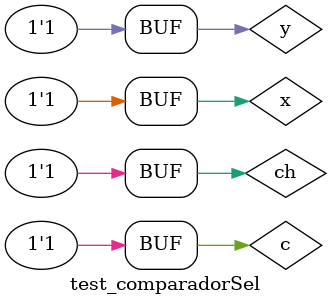
<source format=v>


// -------------------------
//  comparador
// -------------------------

module comparadorIgu (output s, input  a, input  b, input c);
	wire notA,notB,notC,and1,and2;
	
	not NOT1 (notA, a);
	not NOT2 (notB, b);
	not NOT3 (notC, c);
	and AND1 (and1, notA, notB, notC);
	and AND2 (and2, a, b, c);
	or  OR1  (s, and1, and2);
endmodule // comparadorIgu

module comparadorDif (output s, input  a, input  b, input c);
	wire notA,notC,and1,and2,xorAB;
	
	not NOT1 (notA, a);
	not NOT3 (notC, c);
	xor XOR1 (xorAB, a, b);
	and AND1 (and1, notA, c);
	and AND2 (and2, b, notC);
	or  OR1  (s, xorAB, and1, and2);
endmodule // comparadorDif

module comparadorSel (output sI, output sD, input  a, input  b, input c, input ch);
	wire notCH,x,y;
	
	not NOT1                (notCH, ch);
	comparadorIgu igual     (x, a, b, c);
	comparadorDif diferente (y, a, b, c);
	and AND1                (sI, x, notCH);
	and AND2                (sD, y, ch);
endmodule // comparadorSel

module test_comparadorSel;
// ------------------------- definir dados
   reg x;
	reg y;
	reg c;
	reg ch;
	wire w;
	wire z;
	
	comparadorSel selecionavel (w, z, x, y, c, ch);
	
	initial begin: start
		x = 0; 
		y = 0;
		c = 0;
		ch= 0;
	end
	
// ------------------------- parte principal
   initial begin
      $display("Exemplo0027 - Marcio Santana Correa -  345368");
      $display("Test ALU's comparador");
		$display("------------ CHAVE = 0 ------------");
		$display("a b c = s");
      $monitor("%b %b %b = %b",x,y,c,w); 
		#1 x = 0; y = 0; c = 1; ch = 0; 
		#1 x = 0; y = 1; c = 0; ch = 0; 
		#1 x = 0; y = 1; c = 1; ch = 0; 
		#1 x = 1; y = 0; c = 0; ch = 0; 
		#1 x = 1; y = 0; c = 1; ch = 0; 
		#1 x = 1; y = 1; c = 0; ch = 0; 
		#1 x = 1; y = 1; c = 1; ch = 0; 
	   #1 x = 0; y = 0; c = 0; ch = 1;
		
	   $display("------------ CHAVE = 1 ------------");
	   $display("a b c = s");
      $monitor("%b %b %b = %b",x,y,c,z); 
	   #1 x = 0; y = 0; c = 1; ch = 1; 
	   #1 x = 0; y = 1; c = 0; ch = 1; 
	   #1 x = 0; y = 1; c = 1; ch = 1; 
	   #1 x = 1; y = 0; c = 0; ch = 1; 
	   #1 x = 1; y = 0; c = 1; ch = 1; 
	   #1 x = 1; y = 1; c = 0; ch = 1; 
	   #1 x = 1; y = 1; c = 1; ch = 1;		
   end
endmodule // test_comparadorSel
/*
    Exemplo0027 - Marcio Santana Correa -  345368
    Test ALU's comparador
    ------------ CHAVE = 0 ------------
    a b c = s
    0 0 0 = 1
    0 0 1 = 0
    0 1 0 = 0
    0 1 1 = 0
    1 0 0 = 0
    1 0 1 = 0
    1 1 0 = 0
    1 1 1 = 1
    ------------ CHAVE = 1 ------------
    a b c = s
    0 0 0 = 0
    0 0 1 = 1
    0 1 0 = 1
    0 1 1 = 1
    1 0 0 = 1
    1 0 1 = 1
    1 1 0 = 1
    1 1 1 = 0
*/
</source>
